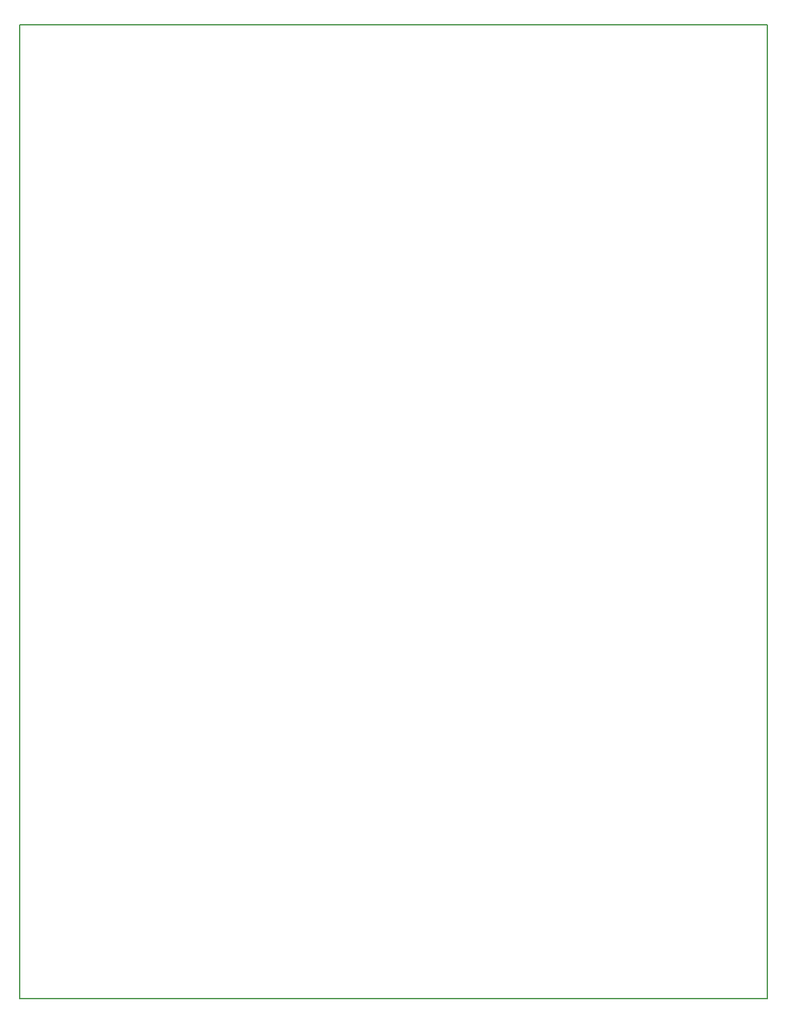
<source format=gm1>
G04 MADE WITH FRITZING*
G04 WWW.FRITZING.ORG*
G04 DOUBLE SIDED*
G04 HOLES PLATED*
G04 CONTOUR ON CENTER OF CONTOUR VECTOR*
%ASAXBY*%
%FSLAX23Y23*%
%MOIN*%
%OFA0B0*%
%SFA1.0B1.0*%
%ADD10R,3.937010X5.118120*%
%ADD11C,0.008000*%
%ADD10C,0.008*%
%LNCONTOUR*%
G90*
G70*
G54D10*
G54D11*
X4Y5114D02*
X3933Y5114D01*
X3933Y4D01*
X4Y4D01*
X4Y5114D01*
D02*
G04 End of contour*
M02*
</source>
